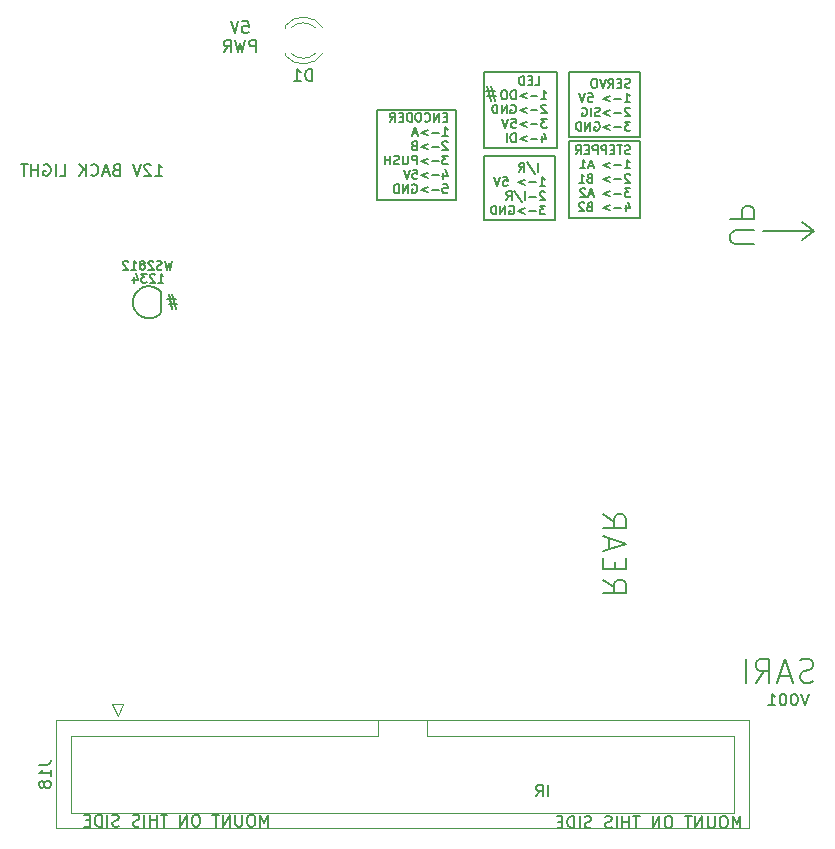
<source format=gbr>
G04 #@! TF.GenerationSoftware,KiCad,Pcbnew,(6.0.7-1)-1*
G04 #@! TF.CreationDate,2023-05-21T10:21:50+10:00*
G04 #@! TF.ProjectId,SARI_PCB,53415249-5f50-4434-922e-6b696361645f,rev?*
G04 #@! TF.SameCoordinates,Original*
G04 #@! TF.FileFunction,Legend,Bot*
G04 #@! TF.FilePolarity,Positive*
%FSLAX46Y46*%
G04 Gerber Fmt 4.6, Leading zero omitted, Abs format (unit mm)*
G04 Created by KiCad (PCBNEW (6.0.7-1)-1) date 2023-05-21 10:21:50*
%MOMM*%
%LPD*%
G01*
G04 APERTURE LIST*
%ADD10C,0.150000*%
%ADD11C,0.120000*%
G04 APERTURE END LIST*
D10*
X177242000Y-55784500D02*
X183273000Y-55784500D01*
X183273000Y-55784500D02*
X183273000Y-50323500D01*
X183273000Y-50323500D02*
X177242000Y-50323500D01*
X177242000Y-50323500D02*
X177242000Y-55784500D01*
X177219000Y-49688500D02*
X183400000Y-49688500D01*
X183400000Y-49688500D02*
X183400000Y-43211500D01*
X183400000Y-43211500D02*
X177219000Y-43211500D01*
X177219000Y-43211500D02*
X177219000Y-49688500D01*
X204193000Y-57421000D02*
X205209000Y-56659000D01*
X184404000Y-48694000D02*
X190485000Y-48694000D01*
X190485000Y-48694000D02*
X190485000Y-43233000D01*
X190485000Y-43233000D02*
X184404000Y-43233000D01*
X184404000Y-43233000D02*
X184404000Y-48694000D01*
X184404000Y-55552000D02*
X190485000Y-55552000D01*
X190485000Y-55552000D02*
X190485000Y-49075000D01*
X190485000Y-49075000D02*
X184404000Y-49075000D01*
X184404000Y-49075000D02*
X184404000Y-55552000D01*
X149250000Y-61400000D02*
X149500000Y-61500000D01*
X149700000Y-61650000D01*
X149900000Y-61850000D01*
X149900000Y-63550000D01*
X149800000Y-63700000D01*
X149450000Y-63950000D01*
X149100000Y-64050000D01*
X148700000Y-64050000D01*
X148300000Y-63950000D01*
X147950000Y-63700000D01*
X147650000Y-63300000D01*
X147550000Y-62900000D01*
X147550000Y-62500000D01*
X147650000Y-62200000D01*
X147800000Y-61900000D01*
X148000000Y-61700000D01*
X148400000Y-61450000D01*
X148850000Y-61350000D01*
X149250000Y-61400000D01*
X200891000Y-56659000D02*
X205209000Y-56659000D01*
X168177000Y-54037000D02*
X174908000Y-54037000D01*
X174908000Y-54037000D02*
X174908000Y-46417000D01*
X174908000Y-46417000D02*
X168177000Y-46417000D01*
X168177000Y-46417000D02*
X168177000Y-54037000D01*
X204193000Y-55897000D02*
X205209000Y-56659000D01*
X156790476Y-38897380D02*
X157266666Y-38897380D01*
X157314285Y-39373571D01*
X157266666Y-39325952D01*
X157171428Y-39278333D01*
X156933333Y-39278333D01*
X156838095Y-39325952D01*
X156790476Y-39373571D01*
X156742857Y-39468809D01*
X156742857Y-39706904D01*
X156790476Y-39802142D01*
X156838095Y-39849761D01*
X156933333Y-39897380D01*
X157171428Y-39897380D01*
X157266666Y-39849761D01*
X157314285Y-39802142D01*
X156457142Y-38897380D02*
X156123809Y-39897380D01*
X155790476Y-38897380D01*
X157933333Y-41507380D02*
X157933333Y-40507380D01*
X157552380Y-40507380D01*
X157457142Y-40555000D01*
X157409523Y-40602619D01*
X157361904Y-40697857D01*
X157361904Y-40840714D01*
X157409523Y-40935952D01*
X157457142Y-40983571D01*
X157552380Y-41031190D01*
X157933333Y-41031190D01*
X157028571Y-40507380D02*
X156790476Y-41507380D01*
X156600000Y-40793095D01*
X156409523Y-41507380D01*
X156171428Y-40507380D01*
X155219047Y-41507380D02*
X155552380Y-41031190D01*
X155790476Y-41507380D02*
X155790476Y-40507380D01*
X155409523Y-40507380D01*
X155314285Y-40555000D01*
X155266666Y-40602619D01*
X155219047Y-40697857D01*
X155219047Y-40840714D01*
X155266666Y-40935952D01*
X155314285Y-40983571D01*
X155409523Y-41031190D01*
X155790476Y-41031190D01*
X187295238Y-86183452D02*
X188247619Y-86850119D01*
X187295238Y-87326309D02*
X189295238Y-87326309D01*
X189295238Y-86564404D01*
X189200000Y-86373928D01*
X189104761Y-86278690D01*
X188914285Y-86183452D01*
X188628571Y-86183452D01*
X188438095Y-86278690D01*
X188342857Y-86373928D01*
X188247619Y-86564404D01*
X188247619Y-87326309D01*
X188342857Y-85326309D02*
X188342857Y-84659642D01*
X187295238Y-84373928D02*
X187295238Y-85326309D01*
X189295238Y-85326309D01*
X189295238Y-84373928D01*
X187866666Y-83612023D02*
X187866666Y-82659642D01*
X187295238Y-83802500D02*
X189295238Y-83135833D01*
X187295238Y-82469166D01*
X187295238Y-80659642D02*
X188247619Y-81326309D01*
X187295238Y-81802500D02*
X189295238Y-81802500D01*
X189295238Y-81040595D01*
X189200000Y-80850119D01*
X189104761Y-80754880D01*
X188914285Y-80659642D01*
X188628571Y-80659642D01*
X188438095Y-80754880D01*
X188342857Y-80850119D01*
X188247619Y-81040595D01*
X188247619Y-81802500D01*
X205121547Y-94809523D02*
X204835833Y-94904761D01*
X204359642Y-94904761D01*
X204169166Y-94809523D01*
X204073928Y-94714285D01*
X203978690Y-94523809D01*
X203978690Y-94333333D01*
X204073928Y-94142857D01*
X204169166Y-94047619D01*
X204359642Y-93952380D01*
X204740595Y-93857142D01*
X204931071Y-93761904D01*
X205026309Y-93666666D01*
X205121547Y-93476190D01*
X205121547Y-93285714D01*
X205026309Y-93095238D01*
X204931071Y-93000000D01*
X204740595Y-92904761D01*
X204264404Y-92904761D01*
X203978690Y-93000000D01*
X203216785Y-94333333D02*
X202264404Y-94333333D01*
X203407261Y-94904761D02*
X202740595Y-92904761D01*
X202073928Y-94904761D01*
X200264404Y-94904761D02*
X200931071Y-93952380D01*
X201407261Y-94904761D02*
X201407261Y-92904761D01*
X200645357Y-92904761D01*
X200454880Y-93000000D01*
X200359642Y-93095238D01*
X200264404Y-93285714D01*
X200264404Y-93571428D01*
X200359642Y-93761904D01*
X200454880Y-93857142D01*
X200645357Y-93952380D01*
X201407261Y-93952380D01*
X199407261Y-94904761D02*
X199407261Y-92904761D01*
X150857142Y-59189285D02*
X150678571Y-59939285D01*
X150535714Y-59403571D01*
X150392857Y-59939285D01*
X150214285Y-59189285D01*
X149964285Y-59903571D02*
X149857142Y-59939285D01*
X149678571Y-59939285D01*
X149607142Y-59903571D01*
X149571428Y-59867857D01*
X149535714Y-59796428D01*
X149535714Y-59725000D01*
X149571428Y-59653571D01*
X149607142Y-59617857D01*
X149678571Y-59582142D01*
X149821428Y-59546428D01*
X149892857Y-59510714D01*
X149928571Y-59475000D01*
X149964285Y-59403571D01*
X149964285Y-59332142D01*
X149928571Y-59260714D01*
X149892857Y-59225000D01*
X149821428Y-59189285D01*
X149642857Y-59189285D01*
X149535714Y-59225000D01*
X149250000Y-59260714D02*
X149214285Y-59225000D01*
X149142857Y-59189285D01*
X148964285Y-59189285D01*
X148892857Y-59225000D01*
X148857142Y-59260714D01*
X148821428Y-59332142D01*
X148821428Y-59403571D01*
X148857142Y-59510714D01*
X149285714Y-59939285D01*
X148821428Y-59939285D01*
X148392857Y-59510714D02*
X148464285Y-59475000D01*
X148500000Y-59439285D01*
X148535714Y-59367857D01*
X148535714Y-59332142D01*
X148500000Y-59260714D01*
X148464285Y-59225000D01*
X148392857Y-59189285D01*
X148250000Y-59189285D01*
X148178571Y-59225000D01*
X148142857Y-59260714D01*
X148107142Y-59332142D01*
X148107142Y-59367857D01*
X148142857Y-59439285D01*
X148178571Y-59475000D01*
X148250000Y-59510714D01*
X148392857Y-59510714D01*
X148464285Y-59546428D01*
X148500000Y-59582142D01*
X148535714Y-59653571D01*
X148535714Y-59796428D01*
X148500000Y-59867857D01*
X148464285Y-59903571D01*
X148392857Y-59939285D01*
X148250000Y-59939285D01*
X148178571Y-59903571D01*
X148142857Y-59867857D01*
X148107142Y-59796428D01*
X148107142Y-59653571D01*
X148142857Y-59582142D01*
X148178571Y-59546428D01*
X148250000Y-59510714D01*
X147392857Y-59939285D02*
X147821428Y-59939285D01*
X147607142Y-59939285D02*
X147607142Y-59189285D01*
X147678571Y-59296428D01*
X147750000Y-59367857D01*
X147821428Y-59403571D01*
X147107142Y-59260714D02*
X147071428Y-59225000D01*
X147000000Y-59189285D01*
X146821428Y-59189285D01*
X146750000Y-59225000D01*
X146714285Y-59260714D01*
X146678571Y-59332142D01*
X146678571Y-59403571D01*
X146714285Y-59510714D01*
X147142857Y-59939285D01*
X146678571Y-59939285D01*
X150537976Y-62864285D02*
X151252261Y-62864285D01*
X150823690Y-63292857D02*
X150537976Y-62007142D01*
X151157023Y-62435714D02*
X150442738Y-62435714D01*
X150871309Y-62007142D02*
X151157023Y-63292857D01*
X178135023Y-44820214D02*
X177420738Y-44820214D01*
X177849309Y-44391642D02*
X178135023Y-45677357D01*
X177515976Y-45248785D02*
X178230261Y-45248785D01*
X177801690Y-45677357D02*
X177515976Y-44391642D01*
X204749904Y-95847380D02*
X204416571Y-96847380D01*
X204083238Y-95847380D01*
X203559428Y-95847380D02*
X203464190Y-95847380D01*
X203368952Y-95895000D01*
X203321333Y-95942619D01*
X203273714Y-96037857D01*
X203226095Y-96228333D01*
X203226095Y-96466428D01*
X203273714Y-96656904D01*
X203321333Y-96752142D01*
X203368952Y-96799761D01*
X203464190Y-96847380D01*
X203559428Y-96847380D01*
X203654666Y-96799761D01*
X203702285Y-96752142D01*
X203749904Y-96656904D01*
X203797523Y-96466428D01*
X203797523Y-96228333D01*
X203749904Y-96037857D01*
X203702285Y-95942619D01*
X203654666Y-95895000D01*
X203559428Y-95847380D01*
X202607047Y-95847380D02*
X202511809Y-95847380D01*
X202416571Y-95895000D01*
X202368952Y-95942619D01*
X202321333Y-96037857D01*
X202273714Y-96228333D01*
X202273714Y-96466428D01*
X202321333Y-96656904D01*
X202368952Y-96752142D01*
X202416571Y-96799761D01*
X202511809Y-96847380D01*
X202607047Y-96847380D01*
X202702285Y-96799761D01*
X202749904Y-96752142D01*
X202797523Y-96656904D01*
X202845142Y-96466428D01*
X202845142Y-96228333D01*
X202797523Y-96037857D01*
X202749904Y-95942619D01*
X202702285Y-95895000D01*
X202607047Y-95847380D01*
X201321333Y-96847380D02*
X201892761Y-96847380D01*
X201607047Y-96847380D02*
X201607047Y-95847380D01*
X201702285Y-95990238D01*
X201797523Y-96085476D01*
X201892761Y-96133095D01*
X149657142Y-61039285D02*
X150085714Y-61039285D01*
X149871428Y-61039285D02*
X149871428Y-60289285D01*
X149942857Y-60396428D01*
X150014285Y-60467857D01*
X150085714Y-60503571D01*
X149371428Y-60360714D02*
X149335714Y-60325000D01*
X149264285Y-60289285D01*
X149085714Y-60289285D01*
X149014285Y-60325000D01*
X148978571Y-60360714D01*
X148942857Y-60432142D01*
X148942857Y-60503571D01*
X148978571Y-60610714D01*
X149407142Y-61039285D01*
X148942857Y-61039285D01*
X148692857Y-60289285D02*
X148228571Y-60289285D01*
X148478571Y-60575000D01*
X148371428Y-60575000D01*
X148300000Y-60610714D01*
X148264285Y-60646428D01*
X148228571Y-60717857D01*
X148228571Y-60896428D01*
X148264285Y-60967857D01*
X148300000Y-61003571D01*
X148371428Y-61039285D01*
X148585714Y-61039285D01*
X148657142Y-61003571D01*
X148692857Y-60967857D01*
X147585714Y-60539285D02*
X147585714Y-61039285D01*
X147764285Y-60253571D02*
X147942857Y-60789285D01*
X147478571Y-60789285D01*
X200095238Y-57776309D02*
X198476190Y-57776309D01*
X198285714Y-57681071D01*
X198190476Y-57585833D01*
X198095238Y-57395357D01*
X198095238Y-57014404D01*
X198190476Y-56823928D01*
X198285714Y-56728690D01*
X198476190Y-56633452D01*
X200095238Y-56633452D01*
X198095238Y-55681071D02*
X200095238Y-55681071D01*
X200095238Y-54919166D01*
X200000000Y-54728690D01*
X199904761Y-54633452D01*
X199714285Y-54538214D01*
X199428571Y-54538214D01*
X199238095Y-54633452D01*
X199142857Y-54728690D01*
X199047619Y-54919166D01*
X199047619Y-55681071D01*
X174123928Y-47027678D02*
X173873928Y-47027678D01*
X173766785Y-47420535D02*
X174123928Y-47420535D01*
X174123928Y-46670535D01*
X173766785Y-46670535D01*
X173445357Y-47420535D02*
X173445357Y-46670535D01*
X173016785Y-47420535D01*
X173016785Y-46670535D01*
X172231071Y-47349107D02*
X172266785Y-47384821D01*
X172373928Y-47420535D01*
X172445357Y-47420535D01*
X172552500Y-47384821D01*
X172623928Y-47313392D01*
X172659642Y-47241964D01*
X172695357Y-47099107D01*
X172695357Y-46991964D01*
X172659642Y-46849107D01*
X172623928Y-46777678D01*
X172552500Y-46706250D01*
X172445357Y-46670535D01*
X172373928Y-46670535D01*
X172266785Y-46706250D01*
X172231071Y-46741964D01*
X171766785Y-46670535D02*
X171623928Y-46670535D01*
X171552500Y-46706250D01*
X171481071Y-46777678D01*
X171445357Y-46920535D01*
X171445357Y-47170535D01*
X171481071Y-47313392D01*
X171552500Y-47384821D01*
X171623928Y-47420535D01*
X171766785Y-47420535D01*
X171838214Y-47384821D01*
X171909642Y-47313392D01*
X171945357Y-47170535D01*
X171945357Y-46920535D01*
X171909642Y-46777678D01*
X171838214Y-46706250D01*
X171766785Y-46670535D01*
X171123928Y-47420535D02*
X171123928Y-46670535D01*
X170945357Y-46670535D01*
X170838214Y-46706250D01*
X170766785Y-46777678D01*
X170731071Y-46849107D01*
X170695357Y-46991964D01*
X170695357Y-47099107D01*
X170731071Y-47241964D01*
X170766785Y-47313392D01*
X170838214Y-47384821D01*
X170945357Y-47420535D01*
X171123928Y-47420535D01*
X170373928Y-47027678D02*
X170123928Y-47027678D01*
X170016785Y-47420535D02*
X170373928Y-47420535D01*
X170373928Y-46670535D01*
X170016785Y-46670535D01*
X169266785Y-47420535D02*
X169516785Y-47063392D01*
X169695357Y-47420535D02*
X169695357Y-46670535D01*
X169409642Y-46670535D01*
X169338214Y-46706250D01*
X169302500Y-46741964D01*
X169266785Y-46813392D01*
X169266785Y-46920535D01*
X169302500Y-46991964D01*
X169338214Y-47027678D01*
X169409642Y-47063392D01*
X169695357Y-47063392D01*
X173731071Y-48628035D02*
X174159642Y-48628035D01*
X173945357Y-48628035D02*
X173945357Y-47878035D01*
X174016785Y-47985178D01*
X174088214Y-48056607D01*
X174159642Y-48092321D01*
X173409642Y-48342321D02*
X172838214Y-48342321D01*
X172481071Y-48128035D02*
X171909642Y-48342321D01*
X172481071Y-48556607D01*
X171588214Y-48413750D02*
X171231071Y-48413750D01*
X171659642Y-48628035D02*
X171409642Y-47878035D01*
X171159642Y-48628035D01*
X174159642Y-49156964D02*
X174123928Y-49121250D01*
X174052500Y-49085535D01*
X173873928Y-49085535D01*
X173802500Y-49121250D01*
X173766785Y-49156964D01*
X173731071Y-49228392D01*
X173731071Y-49299821D01*
X173766785Y-49406964D01*
X174195357Y-49835535D01*
X173731071Y-49835535D01*
X173409642Y-49549821D02*
X172838214Y-49549821D01*
X172481071Y-49335535D02*
X171909642Y-49549821D01*
X172481071Y-49764107D01*
X171302500Y-49442678D02*
X171195357Y-49478392D01*
X171159642Y-49514107D01*
X171123928Y-49585535D01*
X171123928Y-49692678D01*
X171159642Y-49764107D01*
X171195357Y-49799821D01*
X171266785Y-49835535D01*
X171552500Y-49835535D01*
X171552500Y-49085535D01*
X171302500Y-49085535D01*
X171231071Y-49121250D01*
X171195357Y-49156964D01*
X171159642Y-49228392D01*
X171159642Y-49299821D01*
X171195357Y-49371250D01*
X171231071Y-49406964D01*
X171302500Y-49442678D01*
X171552500Y-49442678D01*
X174195357Y-50293035D02*
X173731071Y-50293035D01*
X173981071Y-50578750D01*
X173873928Y-50578750D01*
X173802500Y-50614464D01*
X173766785Y-50650178D01*
X173731071Y-50721607D01*
X173731071Y-50900178D01*
X173766785Y-50971607D01*
X173802500Y-51007321D01*
X173873928Y-51043035D01*
X174088214Y-51043035D01*
X174159642Y-51007321D01*
X174195357Y-50971607D01*
X173409642Y-50757321D02*
X172838214Y-50757321D01*
X172481071Y-50543035D02*
X171909642Y-50757321D01*
X172481071Y-50971607D01*
X171552500Y-51043035D02*
X171552500Y-50293035D01*
X171266785Y-50293035D01*
X171195357Y-50328750D01*
X171159642Y-50364464D01*
X171123928Y-50435892D01*
X171123928Y-50543035D01*
X171159642Y-50614464D01*
X171195357Y-50650178D01*
X171266785Y-50685892D01*
X171552500Y-50685892D01*
X170802500Y-50293035D02*
X170802500Y-50900178D01*
X170766785Y-50971607D01*
X170731071Y-51007321D01*
X170659642Y-51043035D01*
X170516785Y-51043035D01*
X170445357Y-51007321D01*
X170409642Y-50971607D01*
X170373928Y-50900178D01*
X170373928Y-50293035D01*
X170052500Y-51007321D02*
X169945357Y-51043035D01*
X169766785Y-51043035D01*
X169695357Y-51007321D01*
X169659642Y-50971607D01*
X169623928Y-50900178D01*
X169623928Y-50828750D01*
X169659642Y-50757321D01*
X169695357Y-50721607D01*
X169766785Y-50685892D01*
X169909642Y-50650178D01*
X169981071Y-50614464D01*
X170016785Y-50578750D01*
X170052500Y-50507321D01*
X170052500Y-50435892D01*
X170016785Y-50364464D01*
X169981071Y-50328750D01*
X169909642Y-50293035D01*
X169731071Y-50293035D01*
X169623928Y-50328750D01*
X169302500Y-51043035D02*
X169302500Y-50293035D01*
X169302500Y-50650178D02*
X168873928Y-50650178D01*
X168873928Y-51043035D02*
X168873928Y-50293035D01*
X173802500Y-51750535D02*
X173802500Y-52250535D01*
X173981071Y-51464821D02*
X174159642Y-52000535D01*
X173695357Y-52000535D01*
X173409642Y-51964821D02*
X172838214Y-51964821D01*
X172481071Y-51750535D02*
X171909642Y-51964821D01*
X172481071Y-52179107D01*
X171195357Y-51500535D02*
X171552500Y-51500535D01*
X171588214Y-51857678D01*
X171552500Y-51821964D01*
X171481071Y-51786250D01*
X171302500Y-51786250D01*
X171231071Y-51821964D01*
X171195357Y-51857678D01*
X171159642Y-51929107D01*
X171159642Y-52107678D01*
X171195357Y-52179107D01*
X171231071Y-52214821D01*
X171302500Y-52250535D01*
X171481071Y-52250535D01*
X171552500Y-52214821D01*
X171588214Y-52179107D01*
X170945357Y-51500535D02*
X170695357Y-52250535D01*
X170445357Y-51500535D01*
X173766785Y-52708035D02*
X174123928Y-52708035D01*
X174159642Y-53065178D01*
X174123928Y-53029464D01*
X174052500Y-52993750D01*
X173873928Y-52993750D01*
X173802500Y-53029464D01*
X173766785Y-53065178D01*
X173731071Y-53136607D01*
X173731071Y-53315178D01*
X173766785Y-53386607D01*
X173802500Y-53422321D01*
X173873928Y-53458035D01*
X174052500Y-53458035D01*
X174123928Y-53422321D01*
X174159642Y-53386607D01*
X173409642Y-53172321D02*
X172838214Y-53172321D01*
X172481071Y-52958035D02*
X171909642Y-53172321D01*
X172481071Y-53386607D01*
X171159642Y-52743750D02*
X171231071Y-52708035D01*
X171338214Y-52708035D01*
X171445357Y-52743750D01*
X171516785Y-52815178D01*
X171552500Y-52886607D01*
X171588214Y-53029464D01*
X171588214Y-53136607D01*
X171552500Y-53279464D01*
X171516785Y-53350892D01*
X171445357Y-53422321D01*
X171338214Y-53458035D01*
X171266785Y-53458035D01*
X171159642Y-53422321D01*
X171123928Y-53386607D01*
X171123928Y-53136607D01*
X171266785Y-53136607D01*
X170802500Y-53458035D02*
X170802500Y-52708035D01*
X170373928Y-53458035D01*
X170373928Y-52708035D01*
X170016785Y-53458035D02*
X170016785Y-52708035D01*
X169838214Y-52708035D01*
X169731071Y-52743750D01*
X169659642Y-52815178D01*
X169623928Y-52886607D01*
X169588214Y-53029464D01*
X169588214Y-53136607D01*
X169623928Y-53279464D01*
X169659642Y-53350892D01*
X169731071Y-53422321D01*
X169838214Y-53458035D01*
X170016785Y-53458035D01*
X198961904Y-107202380D02*
X198961904Y-106202380D01*
X198628571Y-106916666D01*
X198295238Y-106202380D01*
X198295238Y-107202380D01*
X197628571Y-106202380D02*
X197438095Y-106202380D01*
X197342857Y-106250000D01*
X197247619Y-106345238D01*
X197200000Y-106535714D01*
X197200000Y-106869047D01*
X197247619Y-107059523D01*
X197342857Y-107154761D01*
X197438095Y-107202380D01*
X197628571Y-107202380D01*
X197723809Y-107154761D01*
X197819047Y-107059523D01*
X197866666Y-106869047D01*
X197866666Y-106535714D01*
X197819047Y-106345238D01*
X197723809Y-106250000D01*
X197628571Y-106202380D01*
X196771428Y-106202380D02*
X196771428Y-107011904D01*
X196723809Y-107107142D01*
X196676190Y-107154761D01*
X196580952Y-107202380D01*
X196390476Y-107202380D01*
X196295238Y-107154761D01*
X196247619Y-107107142D01*
X196200000Y-107011904D01*
X196200000Y-106202380D01*
X195723809Y-107202380D02*
X195723809Y-106202380D01*
X195152380Y-107202380D01*
X195152380Y-106202380D01*
X194819047Y-106202380D02*
X194247619Y-106202380D01*
X194533333Y-107202380D02*
X194533333Y-106202380D01*
X192961904Y-106202380D02*
X192771428Y-106202380D01*
X192676190Y-106250000D01*
X192580952Y-106345238D01*
X192533333Y-106535714D01*
X192533333Y-106869047D01*
X192580952Y-107059523D01*
X192676190Y-107154761D01*
X192771428Y-107202380D01*
X192961904Y-107202380D01*
X193057142Y-107154761D01*
X193152380Y-107059523D01*
X193200000Y-106869047D01*
X193200000Y-106535714D01*
X193152380Y-106345238D01*
X193057142Y-106250000D01*
X192961904Y-106202380D01*
X192104761Y-107202380D02*
X192104761Y-106202380D01*
X191533333Y-107202380D01*
X191533333Y-106202380D01*
X190438095Y-106202380D02*
X189866666Y-106202380D01*
X190152380Y-107202380D02*
X190152380Y-106202380D01*
X189533333Y-107202380D02*
X189533333Y-106202380D01*
X189533333Y-106678571D02*
X188961904Y-106678571D01*
X188961904Y-107202380D02*
X188961904Y-106202380D01*
X188485714Y-107202380D02*
X188485714Y-106202380D01*
X188057142Y-107154761D02*
X187914285Y-107202380D01*
X187676190Y-107202380D01*
X187580952Y-107154761D01*
X187533333Y-107107142D01*
X187485714Y-107011904D01*
X187485714Y-106916666D01*
X187533333Y-106821428D01*
X187580952Y-106773809D01*
X187676190Y-106726190D01*
X187866666Y-106678571D01*
X187961904Y-106630952D01*
X188009523Y-106583333D01*
X188057142Y-106488095D01*
X188057142Y-106392857D01*
X188009523Y-106297619D01*
X187961904Y-106250000D01*
X187866666Y-106202380D01*
X187628571Y-106202380D01*
X187485714Y-106250000D01*
X186342857Y-107154761D02*
X186200000Y-107202380D01*
X185961904Y-107202380D01*
X185866666Y-107154761D01*
X185819047Y-107107142D01*
X185771428Y-107011904D01*
X185771428Y-106916666D01*
X185819047Y-106821428D01*
X185866666Y-106773809D01*
X185961904Y-106726190D01*
X186152380Y-106678571D01*
X186247619Y-106630952D01*
X186295238Y-106583333D01*
X186342857Y-106488095D01*
X186342857Y-106392857D01*
X186295238Y-106297619D01*
X186247619Y-106250000D01*
X186152380Y-106202380D01*
X185914285Y-106202380D01*
X185771428Y-106250000D01*
X185342857Y-107202380D02*
X185342857Y-106202380D01*
X184866666Y-107202380D02*
X184866666Y-106202380D01*
X184628571Y-106202380D01*
X184485714Y-106250000D01*
X184390476Y-106345238D01*
X184342857Y-106440476D01*
X184295238Y-106630952D01*
X184295238Y-106773809D01*
X184342857Y-106964285D01*
X184390476Y-107059523D01*
X184485714Y-107154761D01*
X184628571Y-107202380D01*
X184866666Y-107202380D01*
X183866666Y-106678571D02*
X183533333Y-106678571D01*
X183390476Y-107202380D02*
X183866666Y-107202380D01*
X183866666Y-106202380D01*
X183390476Y-106202380D01*
X182700000Y-104552380D02*
X182700000Y-103552380D01*
X181652380Y-104552380D02*
X181985714Y-104076190D01*
X182223809Y-104552380D02*
X182223809Y-103552380D01*
X181842857Y-103552380D01*
X181747619Y-103600000D01*
X181700000Y-103647619D01*
X181652380Y-103742857D01*
X181652380Y-103885714D01*
X181700000Y-103980952D01*
X181747619Y-104028571D01*
X181842857Y-104076190D01*
X182223809Y-104076190D01*
X158961904Y-107102380D02*
X158961904Y-106102380D01*
X158628571Y-106816666D01*
X158295238Y-106102380D01*
X158295238Y-107102380D01*
X157628571Y-106102380D02*
X157438095Y-106102380D01*
X157342857Y-106150000D01*
X157247619Y-106245238D01*
X157200000Y-106435714D01*
X157200000Y-106769047D01*
X157247619Y-106959523D01*
X157342857Y-107054761D01*
X157438095Y-107102380D01*
X157628571Y-107102380D01*
X157723809Y-107054761D01*
X157819047Y-106959523D01*
X157866666Y-106769047D01*
X157866666Y-106435714D01*
X157819047Y-106245238D01*
X157723809Y-106150000D01*
X157628571Y-106102380D01*
X156771428Y-106102380D02*
X156771428Y-106911904D01*
X156723809Y-107007142D01*
X156676190Y-107054761D01*
X156580952Y-107102380D01*
X156390476Y-107102380D01*
X156295238Y-107054761D01*
X156247619Y-107007142D01*
X156200000Y-106911904D01*
X156200000Y-106102380D01*
X155723809Y-107102380D02*
X155723809Y-106102380D01*
X155152380Y-107102380D01*
X155152380Y-106102380D01*
X154819047Y-106102380D02*
X154247619Y-106102380D01*
X154533333Y-107102380D02*
X154533333Y-106102380D01*
X152961904Y-106102380D02*
X152771428Y-106102380D01*
X152676190Y-106150000D01*
X152580952Y-106245238D01*
X152533333Y-106435714D01*
X152533333Y-106769047D01*
X152580952Y-106959523D01*
X152676190Y-107054761D01*
X152771428Y-107102380D01*
X152961904Y-107102380D01*
X153057142Y-107054761D01*
X153152380Y-106959523D01*
X153200000Y-106769047D01*
X153200000Y-106435714D01*
X153152380Y-106245238D01*
X153057142Y-106150000D01*
X152961904Y-106102380D01*
X152104761Y-107102380D02*
X152104761Y-106102380D01*
X151533333Y-107102380D01*
X151533333Y-106102380D01*
X150438095Y-106102380D02*
X149866666Y-106102380D01*
X150152380Y-107102380D02*
X150152380Y-106102380D01*
X149533333Y-107102380D02*
X149533333Y-106102380D01*
X149533333Y-106578571D02*
X148961904Y-106578571D01*
X148961904Y-107102380D02*
X148961904Y-106102380D01*
X148485714Y-107102380D02*
X148485714Y-106102380D01*
X148057142Y-107054761D02*
X147914285Y-107102380D01*
X147676190Y-107102380D01*
X147580952Y-107054761D01*
X147533333Y-107007142D01*
X147485714Y-106911904D01*
X147485714Y-106816666D01*
X147533333Y-106721428D01*
X147580952Y-106673809D01*
X147676190Y-106626190D01*
X147866666Y-106578571D01*
X147961904Y-106530952D01*
X148009523Y-106483333D01*
X148057142Y-106388095D01*
X148057142Y-106292857D01*
X148009523Y-106197619D01*
X147961904Y-106150000D01*
X147866666Y-106102380D01*
X147628571Y-106102380D01*
X147485714Y-106150000D01*
X146342857Y-107054761D02*
X146200000Y-107102380D01*
X145961904Y-107102380D01*
X145866666Y-107054761D01*
X145819047Y-107007142D01*
X145771428Y-106911904D01*
X145771428Y-106816666D01*
X145819047Y-106721428D01*
X145866666Y-106673809D01*
X145961904Y-106626190D01*
X146152380Y-106578571D01*
X146247619Y-106530952D01*
X146295238Y-106483333D01*
X146342857Y-106388095D01*
X146342857Y-106292857D01*
X146295238Y-106197619D01*
X146247619Y-106150000D01*
X146152380Y-106102380D01*
X145914285Y-106102380D01*
X145771428Y-106150000D01*
X145342857Y-107102380D02*
X145342857Y-106102380D01*
X144866666Y-107102380D02*
X144866666Y-106102380D01*
X144628571Y-106102380D01*
X144485714Y-106150000D01*
X144390476Y-106245238D01*
X144342857Y-106340476D01*
X144295238Y-106530952D01*
X144295238Y-106673809D01*
X144342857Y-106864285D01*
X144390476Y-106959523D01*
X144485714Y-107054761D01*
X144628571Y-107102380D01*
X144866666Y-107102380D01*
X143866666Y-106578571D02*
X143533333Y-106578571D01*
X143390476Y-107102380D02*
X143866666Y-107102380D01*
X143866666Y-106102380D01*
X143390476Y-106102380D01*
X181560357Y-44310785D02*
X181917500Y-44310785D01*
X181917500Y-43560785D01*
X181310357Y-43917928D02*
X181060357Y-43917928D01*
X180953214Y-44310785D02*
X181310357Y-44310785D01*
X181310357Y-43560785D01*
X180953214Y-43560785D01*
X180631785Y-44310785D02*
X180631785Y-43560785D01*
X180453214Y-43560785D01*
X180346071Y-43596500D01*
X180274642Y-43667928D01*
X180238928Y-43739357D01*
X180203214Y-43882214D01*
X180203214Y-43989357D01*
X180238928Y-44132214D01*
X180274642Y-44203642D01*
X180346071Y-44275071D01*
X180453214Y-44310785D01*
X180631785Y-44310785D01*
X182096071Y-45518285D02*
X182524642Y-45518285D01*
X182310357Y-45518285D02*
X182310357Y-44768285D01*
X182381785Y-44875428D01*
X182453214Y-44946857D01*
X182524642Y-44982571D01*
X181774642Y-45232571D02*
X181203214Y-45232571D01*
X180846071Y-45018285D02*
X180274642Y-45232571D01*
X180846071Y-45446857D01*
X179917500Y-45518285D02*
X179917500Y-44768285D01*
X179738928Y-44768285D01*
X179631785Y-44804000D01*
X179560357Y-44875428D01*
X179524642Y-44946857D01*
X179488928Y-45089714D01*
X179488928Y-45196857D01*
X179524642Y-45339714D01*
X179560357Y-45411142D01*
X179631785Y-45482571D01*
X179738928Y-45518285D01*
X179917500Y-45518285D01*
X179024642Y-44768285D02*
X178881785Y-44768285D01*
X178810357Y-44804000D01*
X178738928Y-44875428D01*
X178703214Y-45018285D01*
X178703214Y-45268285D01*
X178738928Y-45411142D01*
X178810357Y-45482571D01*
X178881785Y-45518285D01*
X179024642Y-45518285D01*
X179096071Y-45482571D01*
X179167500Y-45411142D01*
X179203214Y-45268285D01*
X179203214Y-45018285D01*
X179167500Y-44875428D01*
X179096071Y-44804000D01*
X179024642Y-44768285D01*
X182524642Y-46047214D02*
X182488928Y-46011500D01*
X182417500Y-45975785D01*
X182238928Y-45975785D01*
X182167500Y-46011500D01*
X182131785Y-46047214D01*
X182096071Y-46118642D01*
X182096071Y-46190071D01*
X182131785Y-46297214D01*
X182560357Y-46725785D01*
X182096071Y-46725785D01*
X181774642Y-46440071D02*
X181203214Y-46440071D01*
X180846071Y-46225785D02*
X180274642Y-46440071D01*
X180846071Y-46654357D01*
X179524642Y-46011500D02*
X179596071Y-45975785D01*
X179703214Y-45975785D01*
X179810357Y-46011500D01*
X179881785Y-46082928D01*
X179917500Y-46154357D01*
X179953214Y-46297214D01*
X179953214Y-46404357D01*
X179917500Y-46547214D01*
X179881785Y-46618642D01*
X179810357Y-46690071D01*
X179703214Y-46725785D01*
X179631785Y-46725785D01*
X179524642Y-46690071D01*
X179488928Y-46654357D01*
X179488928Y-46404357D01*
X179631785Y-46404357D01*
X179167500Y-46725785D02*
X179167500Y-45975785D01*
X178738928Y-46725785D01*
X178738928Y-45975785D01*
X178381785Y-46725785D02*
X178381785Y-45975785D01*
X178203214Y-45975785D01*
X178096071Y-46011500D01*
X178024642Y-46082928D01*
X177988928Y-46154357D01*
X177953214Y-46297214D01*
X177953214Y-46404357D01*
X177988928Y-46547214D01*
X178024642Y-46618642D01*
X178096071Y-46690071D01*
X178203214Y-46725785D01*
X178381785Y-46725785D01*
X182560357Y-47183285D02*
X182096071Y-47183285D01*
X182346071Y-47469000D01*
X182238928Y-47469000D01*
X182167500Y-47504714D01*
X182131785Y-47540428D01*
X182096071Y-47611857D01*
X182096071Y-47790428D01*
X182131785Y-47861857D01*
X182167500Y-47897571D01*
X182238928Y-47933285D01*
X182453214Y-47933285D01*
X182524642Y-47897571D01*
X182560357Y-47861857D01*
X181774642Y-47647571D02*
X181203214Y-47647571D01*
X180846071Y-47433285D02*
X180274642Y-47647571D01*
X180846071Y-47861857D01*
X179560357Y-47183285D02*
X179917500Y-47183285D01*
X179953214Y-47540428D01*
X179917500Y-47504714D01*
X179846071Y-47469000D01*
X179667500Y-47469000D01*
X179596071Y-47504714D01*
X179560357Y-47540428D01*
X179524642Y-47611857D01*
X179524642Y-47790428D01*
X179560357Y-47861857D01*
X179596071Y-47897571D01*
X179667500Y-47933285D01*
X179846071Y-47933285D01*
X179917500Y-47897571D01*
X179953214Y-47861857D01*
X179310357Y-47183285D02*
X179060357Y-47933285D01*
X178810357Y-47183285D01*
X182167500Y-48640785D02*
X182167500Y-49140785D01*
X182346071Y-48355071D02*
X182524642Y-48890785D01*
X182060357Y-48890785D01*
X181774642Y-48855071D02*
X181203214Y-48855071D01*
X180846071Y-48640785D02*
X180274642Y-48855071D01*
X180846071Y-49069357D01*
X179917500Y-49140785D02*
X179917500Y-48390785D01*
X179738928Y-48390785D01*
X179631785Y-48426500D01*
X179560357Y-48497928D01*
X179524642Y-48569357D01*
X179488928Y-48712214D01*
X179488928Y-48819357D01*
X179524642Y-48962214D01*
X179560357Y-49033642D01*
X179631785Y-49105071D01*
X179738928Y-49140785D01*
X179917500Y-49140785D01*
X179167500Y-49140785D02*
X179167500Y-48390785D01*
X189609642Y-50138571D02*
X189502500Y-50174285D01*
X189323928Y-50174285D01*
X189252500Y-50138571D01*
X189216785Y-50102857D01*
X189181071Y-50031428D01*
X189181071Y-49960000D01*
X189216785Y-49888571D01*
X189252500Y-49852857D01*
X189323928Y-49817142D01*
X189466785Y-49781428D01*
X189538214Y-49745714D01*
X189573928Y-49710000D01*
X189609642Y-49638571D01*
X189609642Y-49567142D01*
X189573928Y-49495714D01*
X189538214Y-49460000D01*
X189466785Y-49424285D01*
X189288214Y-49424285D01*
X189181071Y-49460000D01*
X188966785Y-49424285D02*
X188538214Y-49424285D01*
X188752500Y-50174285D02*
X188752500Y-49424285D01*
X188288214Y-49781428D02*
X188038214Y-49781428D01*
X187931071Y-50174285D02*
X188288214Y-50174285D01*
X188288214Y-49424285D01*
X187931071Y-49424285D01*
X187609642Y-50174285D02*
X187609642Y-49424285D01*
X187323928Y-49424285D01*
X187252500Y-49460000D01*
X187216785Y-49495714D01*
X187181071Y-49567142D01*
X187181071Y-49674285D01*
X187216785Y-49745714D01*
X187252500Y-49781428D01*
X187323928Y-49817142D01*
X187609642Y-49817142D01*
X186859642Y-50174285D02*
X186859642Y-49424285D01*
X186573928Y-49424285D01*
X186502500Y-49460000D01*
X186466785Y-49495714D01*
X186431071Y-49567142D01*
X186431071Y-49674285D01*
X186466785Y-49745714D01*
X186502500Y-49781428D01*
X186573928Y-49817142D01*
X186859642Y-49817142D01*
X186109642Y-49781428D02*
X185859642Y-49781428D01*
X185752500Y-50174285D02*
X186109642Y-50174285D01*
X186109642Y-49424285D01*
X185752500Y-49424285D01*
X185002500Y-50174285D02*
X185252500Y-49817142D01*
X185431071Y-50174285D02*
X185431071Y-49424285D01*
X185145357Y-49424285D01*
X185073928Y-49460000D01*
X185038214Y-49495714D01*
X185002500Y-49567142D01*
X185002500Y-49674285D01*
X185038214Y-49745714D01*
X185073928Y-49781428D01*
X185145357Y-49817142D01*
X185431071Y-49817142D01*
X189181071Y-51381785D02*
X189609642Y-51381785D01*
X189395357Y-51381785D02*
X189395357Y-50631785D01*
X189466785Y-50738928D01*
X189538214Y-50810357D01*
X189609642Y-50846071D01*
X188859642Y-51096071D02*
X188288214Y-51096071D01*
X187931071Y-50881785D02*
X187359642Y-51096071D01*
X187931071Y-51310357D01*
X186466785Y-51167500D02*
X186109642Y-51167500D01*
X186538214Y-51381785D02*
X186288214Y-50631785D01*
X186038214Y-51381785D01*
X185395357Y-51381785D02*
X185823928Y-51381785D01*
X185609642Y-51381785D02*
X185609642Y-50631785D01*
X185681071Y-50738928D01*
X185752500Y-50810357D01*
X185823928Y-50846071D01*
X189609642Y-51910714D02*
X189573928Y-51875000D01*
X189502500Y-51839285D01*
X189323928Y-51839285D01*
X189252500Y-51875000D01*
X189216785Y-51910714D01*
X189181071Y-51982142D01*
X189181071Y-52053571D01*
X189216785Y-52160714D01*
X189645357Y-52589285D01*
X189181071Y-52589285D01*
X188859642Y-52303571D02*
X188288214Y-52303571D01*
X187931071Y-52089285D02*
X187359642Y-52303571D01*
X187931071Y-52517857D01*
X186181071Y-52196428D02*
X186073928Y-52232142D01*
X186038214Y-52267857D01*
X186002500Y-52339285D01*
X186002500Y-52446428D01*
X186038214Y-52517857D01*
X186073928Y-52553571D01*
X186145357Y-52589285D01*
X186431071Y-52589285D01*
X186431071Y-51839285D01*
X186181071Y-51839285D01*
X186109642Y-51875000D01*
X186073928Y-51910714D01*
X186038214Y-51982142D01*
X186038214Y-52053571D01*
X186073928Y-52125000D01*
X186109642Y-52160714D01*
X186181071Y-52196428D01*
X186431071Y-52196428D01*
X185288214Y-52589285D02*
X185716785Y-52589285D01*
X185502500Y-52589285D02*
X185502500Y-51839285D01*
X185573928Y-51946428D01*
X185645357Y-52017857D01*
X185716785Y-52053571D01*
X189645357Y-53046785D02*
X189181071Y-53046785D01*
X189431071Y-53332500D01*
X189323928Y-53332500D01*
X189252500Y-53368214D01*
X189216785Y-53403928D01*
X189181071Y-53475357D01*
X189181071Y-53653928D01*
X189216785Y-53725357D01*
X189252500Y-53761071D01*
X189323928Y-53796785D01*
X189538214Y-53796785D01*
X189609642Y-53761071D01*
X189645357Y-53725357D01*
X188859642Y-53511071D02*
X188288214Y-53511071D01*
X187931071Y-53296785D02*
X187359642Y-53511071D01*
X187931071Y-53725357D01*
X186466785Y-53582500D02*
X186109642Y-53582500D01*
X186538214Y-53796785D02*
X186288214Y-53046785D01*
X186038214Y-53796785D01*
X185823928Y-53118214D02*
X185788214Y-53082500D01*
X185716785Y-53046785D01*
X185538214Y-53046785D01*
X185466785Y-53082500D01*
X185431071Y-53118214D01*
X185395357Y-53189642D01*
X185395357Y-53261071D01*
X185431071Y-53368214D01*
X185859642Y-53796785D01*
X185395357Y-53796785D01*
X189252500Y-54504285D02*
X189252500Y-55004285D01*
X189431071Y-54218571D02*
X189609642Y-54754285D01*
X189145357Y-54754285D01*
X188859642Y-54718571D02*
X188288214Y-54718571D01*
X187931071Y-54504285D02*
X187359642Y-54718571D01*
X187931071Y-54932857D01*
X186181071Y-54611428D02*
X186073928Y-54647142D01*
X186038214Y-54682857D01*
X186002500Y-54754285D01*
X186002500Y-54861428D01*
X186038214Y-54932857D01*
X186073928Y-54968571D01*
X186145357Y-55004285D01*
X186431071Y-55004285D01*
X186431071Y-54254285D01*
X186181071Y-54254285D01*
X186109642Y-54290000D01*
X186073928Y-54325714D01*
X186038214Y-54397142D01*
X186038214Y-54468571D01*
X186073928Y-54540000D01*
X186109642Y-54575714D01*
X186181071Y-54611428D01*
X186431071Y-54611428D01*
X185716785Y-54325714D02*
X185681071Y-54290000D01*
X185609642Y-54254285D01*
X185431071Y-54254285D01*
X185359642Y-54290000D01*
X185323928Y-54325714D01*
X185288214Y-54397142D01*
X185288214Y-54468571D01*
X185323928Y-54575714D01*
X185752500Y-55004285D01*
X185288214Y-55004285D01*
X189609642Y-44519321D02*
X189502500Y-44555035D01*
X189323928Y-44555035D01*
X189252500Y-44519321D01*
X189216785Y-44483607D01*
X189181071Y-44412178D01*
X189181071Y-44340750D01*
X189216785Y-44269321D01*
X189252500Y-44233607D01*
X189323928Y-44197892D01*
X189466785Y-44162178D01*
X189538214Y-44126464D01*
X189573928Y-44090750D01*
X189609642Y-44019321D01*
X189609642Y-43947892D01*
X189573928Y-43876464D01*
X189538214Y-43840750D01*
X189466785Y-43805035D01*
X189288214Y-43805035D01*
X189181071Y-43840750D01*
X188859642Y-44162178D02*
X188609642Y-44162178D01*
X188502500Y-44555035D02*
X188859642Y-44555035D01*
X188859642Y-43805035D01*
X188502500Y-43805035D01*
X187752500Y-44555035D02*
X188002500Y-44197892D01*
X188181071Y-44555035D02*
X188181071Y-43805035D01*
X187895357Y-43805035D01*
X187823928Y-43840750D01*
X187788214Y-43876464D01*
X187752500Y-43947892D01*
X187752500Y-44055035D01*
X187788214Y-44126464D01*
X187823928Y-44162178D01*
X187895357Y-44197892D01*
X188181071Y-44197892D01*
X187538214Y-43805035D02*
X187288214Y-44555035D01*
X187038214Y-43805035D01*
X186645357Y-43805035D02*
X186502500Y-43805035D01*
X186431071Y-43840750D01*
X186359642Y-43912178D01*
X186323928Y-44055035D01*
X186323928Y-44305035D01*
X186359642Y-44447892D01*
X186431071Y-44519321D01*
X186502500Y-44555035D01*
X186645357Y-44555035D01*
X186716785Y-44519321D01*
X186788214Y-44447892D01*
X186823928Y-44305035D01*
X186823928Y-44055035D01*
X186788214Y-43912178D01*
X186716785Y-43840750D01*
X186645357Y-43805035D01*
X189181071Y-45762535D02*
X189609642Y-45762535D01*
X189395357Y-45762535D02*
X189395357Y-45012535D01*
X189466785Y-45119678D01*
X189538214Y-45191107D01*
X189609642Y-45226821D01*
X188859642Y-45476821D02*
X188288214Y-45476821D01*
X187931071Y-45262535D02*
X187359642Y-45476821D01*
X187931071Y-45691107D01*
X186073928Y-45012535D02*
X186431071Y-45012535D01*
X186466785Y-45369678D01*
X186431071Y-45333964D01*
X186359642Y-45298250D01*
X186181071Y-45298250D01*
X186109642Y-45333964D01*
X186073928Y-45369678D01*
X186038214Y-45441107D01*
X186038214Y-45619678D01*
X186073928Y-45691107D01*
X186109642Y-45726821D01*
X186181071Y-45762535D01*
X186359642Y-45762535D01*
X186431071Y-45726821D01*
X186466785Y-45691107D01*
X185823928Y-45012535D02*
X185573928Y-45762535D01*
X185323928Y-45012535D01*
X189609642Y-46291464D02*
X189573928Y-46255750D01*
X189502500Y-46220035D01*
X189323928Y-46220035D01*
X189252500Y-46255750D01*
X189216785Y-46291464D01*
X189181071Y-46362892D01*
X189181071Y-46434321D01*
X189216785Y-46541464D01*
X189645357Y-46970035D01*
X189181071Y-46970035D01*
X188859642Y-46684321D02*
X188288214Y-46684321D01*
X187931071Y-46470035D02*
X187359642Y-46684321D01*
X187931071Y-46898607D01*
X187038214Y-46934321D02*
X186931071Y-46970035D01*
X186752500Y-46970035D01*
X186681071Y-46934321D01*
X186645357Y-46898607D01*
X186609642Y-46827178D01*
X186609642Y-46755750D01*
X186645357Y-46684321D01*
X186681071Y-46648607D01*
X186752500Y-46612892D01*
X186895357Y-46577178D01*
X186966785Y-46541464D01*
X187002500Y-46505750D01*
X187038214Y-46434321D01*
X187038214Y-46362892D01*
X187002500Y-46291464D01*
X186966785Y-46255750D01*
X186895357Y-46220035D01*
X186716785Y-46220035D01*
X186609642Y-46255750D01*
X186288214Y-46970035D02*
X186288214Y-46220035D01*
X185538214Y-46255750D02*
X185609642Y-46220035D01*
X185716785Y-46220035D01*
X185823928Y-46255750D01*
X185895357Y-46327178D01*
X185931071Y-46398607D01*
X185966785Y-46541464D01*
X185966785Y-46648607D01*
X185931071Y-46791464D01*
X185895357Y-46862892D01*
X185823928Y-46934321D01*
X185716785Y-46970035D01*
X185645357Y-46970035D01*
X185538214Y-46934321D01*
X185502500Y-46898607D01*
X185502500Y-46648607D01*
X185645357Y-46648607D01*
X189645357Y-47427535D02*
X189181071Y-47427535D01*
X189431071Y-47713250D01*
X189323928Y-47713250D01*
X189252500Y-47748964D01*
X189216785Y-47784678D01*
X189181071Y-47856107D01*
X189181071Y-48034678D01*
X189216785Y-48106107D01*
X189252500Y-48141821D01*
X189323928Y-48177535D01*
X189538214Y-48177535D01*
X189609642Y-48141821D01*
X189645357Y-48106107D01*
X188859642Y-47891821D02*
X188288214Y-47891821D01*
X187931071Y-47677535D02*
X187359642Y-47891821D01*
X187931071Y-48106107D01*
X186609642Y-47463250D02*
X186681071Y-47427535D01*
X186788214Y-47427535D01*
X186895357Y-47463250D01*
X186966785Y-47534678D01*
X187002500Y-47606107D01*
X187038214Y-47748964D01*
X187038214Y-47856107D01*
X187002500Y-47998964D01*
X186966785Y-48070392D01*
X186895357Y-48141821D01*
X186788214Y-48177535D01*
X186716785Y-48177535D01*
X186609642Y-48141821D01*
X186573928Y-48106107D01*
X186573928Y-47856107D01*
X186716785Y-47856107D01*
X186252500Y-48177535D02*
X186252500Y-47427535D01*
X185823928Y-48177535D01*
X185823928Y-47427535D01*
X185466785Y-48177535D02*
X185466785Y-47427535D01*
X185288214Y-47427535D01*
X185181071Y-47463250D01*
X185109642Y-47534678D01*
X185073928Y-47606107D01*
X185038214Y-47748964D01*
X185038214Y-47856107D01*
X185073928Y-47998964D01*
X185109642Y-48070392D01*
X185181071Y-48141821D01*
X185288214Y-48177535D01*
X185466785Y-48177535D01*
X181790500Y-51645535D02*
X181790500Y-50895535D01*
X180897642Y-50859821D02*
X181540500Y-51824107D01*
X180219071Y-51645535D02*
X180469071Y-51288392D01*
X180647642Y-51645535D02*
X180647642Y-50895535D01*
X180361928Y-50895535D01*
X180290500Y-50931250D01*
X180254785Y-50966964D01*
X180219071Y-51038392D01*
X180219071Y-51145535D01*
X180254785Y-51216964D01*
X180290500Y-51252678D01*
X180361928Y-51288392D01*
X180647642Y-51288392D01*
X181969071Y-52853035D02*
X182397642Y-52853035D01*
X182183357Y-52853035D02*
X182183357Y-52103035D01*
X182254785Y-52210178D01*
X182326214Y-52281607D01*
X182397642Y-52317321D01*
X181647642Y-52567321D02*
X181076214Y-52567321D01*
X180719071Y-52353035D02*
X180147642Y-52567321D01*
X180719071Y-52781607D01*
X178861928Y-52103035D02*
X179219071Y-52103035D01*
X179254785Y-52460178D01*
X179219071Y-52424464D01*
X179147642Y-52388750D01*
X178969071Y-52388750D01*
X178897642Y-52424464D01*
X178861928Y-52460178D01*
X178826214Y-52531607D01*
X178826214Y-52710178D01*
X178861928Y-52781607D01*
X178897642Y-52817321D01*
X178969071Y-52853035D01*
X179147642Y-52853035D01*
X179219071Y-52817321D01*
X179254785Y-52781607D01*
X178611928Y-52103035D02*
X178361928Y-52853035D01*
X178111928Y-52103035D01*
X182397642Y-53381964D02*
X182361928Y-53346250D01*
X182290500Y-53310535D01*
X182111928Y-53310535D01*
X182040500Y-53346250D01*
X182004785Y-53381964D01*
X181969071Y-53453392D01*
X181969071Y-53524821D01*
X182004785Y-53631964D01*
X182433357Y-54060535D01*
X181969071Y-54060535D01*
X181647642Y-53774821D02*
X181076214Y-53774821D01*
X180719071Y-54060535D02*
X180719071Y-53310535D01*
X179826214Y-53274821D02*
X180469071Y-54239107D01*
X179147642Y-54060535D02*
X179397642Y-53703392D01*
X179576214Y-54060535D02*
X179576214Y-53310535D01*
X179290500Y-53310535D01*
X179219071Y-53346250D01*
X179183357Y-53381964D01*
X179147642Y-53453392D01*
X179147642Y-53560535D01*
X179183357Y-53631964D01*
X179219071Y-53667678D01*
X179290500Y-53703392D01*
X179576214Y-53703392D01*
X182433357Y-54518035D02*
X181969071Y-54518035D01*
X182219071Y-54803750D01*
X182111928Y-54803750D01*
X182040500Y-54839464D01*
X182004785Y-54875178D01*
X181969071Y-54946607D01*
X181969071Y-55125178D01*
X182004785Y-55196607D01*
X182040500Y-55232321D01*
X182111928Y-55268035D01*
X182326214Y-55268035D01*
X182397642Y-55232321D01*
X182433357Y-55196607D01*
X181647642Y-54982321D02*
X181076214Y-54982321D01*
X180719071Y-54768035D02*
X180147642Y-54982321D01*
X180719071Y-55196607D01*
X179397642Y-54553750D02*
X179469071Y-54518035D01*
X179576214Y-54518035D01*
X179683357Y-54553750D01*
X179754785Y-54625178D01*
X179790500Y-54696607D01*
X179826214Y-54839464D01*
X179826214Y-54946607D01*
X179790500Y-55089464D01*
X179754785Y-55160892D01*
X179683357Y-55232321D01*
X179576214Y-55268035D01*
X179504785Y-55268035D01*
X179397642Y-55232321D01*
X179361928Y-55196607D01*
X179361928Y-54946607D01*
X179504785Y-54946607D01*
X179040500Y-55268035D02*
X179040500Y-54518035D01*
X178611928Y-55268035D01*
X178611928Y-54518035D01*
X178254785Y-55268035D02*
X178254785Y-54518035D01*
X178076214Y-54518035D01*
X177969071Y-54553750D01*
X177897642Y-54625178D01*
X177861928Y-54696607D01*
X177826214Y-54839464D01*
X177826214Y-54946607D01*
X177861928Y-55089464D01*
X177897642Y-55160892D01*
X177969071Y-55232321D01*
X178076214Y-55268035D01*
X178254785Y-55268035D01*
X149407142Y-52002380D02*
X149978571Y-52002380D01*
X149692857Y-52002380D02*
X149692857Y-51002380D01*
X149788095Y-51145238D01*
X149883333Y-51240476D01*
X149978571Y-51288095D01*
X149026190Y-51097619D02*
X148978571Y-51050000D01*
X148883333Y-51002380D01*
X148645238Y-51002380D01*
X148550000Y-51050000D01*
X148502380Y-51097619D01*
X148454761Y-51192857D01*
X148454761Y-51288095D01*
X148502380Y-51430952D01*
X149073809Y-52002380D01*
X148454761Y-52002380D01*
X148169047Y-51002380D02*
X147835714Y-52002380D01*
X147502380Y-51002380D01*
X146073809Y-51478571D02*
X145930952Y-51526190D01*
X145883333Y-51573809D01*
X145835714Y-51669047D01*
X145835714Y-51811904D01*
X145883333Y-51907142D01*
X145930952Y-51954761D01*
X146026190Y-52002380D01*
X146407142Y-52002380D01*
X146407142Y-51002380D01*
X146073809Y-51002380D01*
X145978571Y-51050000D01*
X145930952Y-51097619D01*
X145883333Y-51192857D01*
X145883333Y-51288095D01*
X145930952Y-51383333D01*
X145978571Y-51430952D01*
X146073809Y-51478571D01*
X146407142Y-51478571D01*
X145454761Y-51716666D02*
X144978571Y-51716666D01*
X145550000Y-52002380D02*
X145216666Y-51002380D01*
X144883333Y-52002380D01*
X143978571Y-51907142D02*
X144026190Y-51954761D01*
X144169047Y-52002380D01*
X144264285Y-52002380D01*
X144407142Y-51954761D01*
X144502380Y-51859523D01*
X144550000Y-51764285D01*
X144597619Y-51573809D01*
X144597619Y-51430952D01*
X144550000Y-51240476D01*
X144502380Y-51145238D01*
X144407142Y-51050000D01*
X144264285Y-51002380D01*
X144169047Y-51002380D01*
X144026190Y-51050000D01*
X143978571Y-51097619D01*
X143550000Y-52002380D02*
X143550000Y-51002380D01*
X142978571Y-52002380D02*
X143407142Y-51430952D01*
X142978571Y-51002380D02*
X143550000Y-51573809D01*
X141311904Y-52002380D02*
X141788095Y-52002380D01*
X141788095Y-51002380D01*
X140978571Y-52002380D02*
X140978571Y-51002380D01*
X139978571Y-51050000D02*
X140073809Y-51002380D01*
X140216666Y-51002380D01*
X140359523Y-51050000D01*
X140454761Y-51145238D01*
X140502380Y-51240476D01*
X140550000Y-51430952D01*
X140550000Y-51573809D01*
X140502380Y-51764285D01*
X140454761Y-51859523D01*
X140359523Y-51954761D01*
X140216666Y-52002380D01*
X140121428Y-52002380D01*
X139978571Y-51954761D01*
X139930952Y-51907142D01*
X139930952Y-51573809D01*
X140121428Y-51573809D01*
X139502380Y-52002380D02*
X139502380Y-51002380D01*
X139502380Y-51478571D02*
X138930952Y-51478571D01*
X138930952Y-52002380D02*
X138930952Y-51002380D01*
X138597619Y-51002380D02*
X138026190Y-51002380D01*
X138311904Y-52002380D02*
X138311904Y-51002380D01*
X162683095Y-43962380D02*
X162683095Y-42962380D01*
X162445000Y-42962380D01*
X162302142Y-43010000D01*
X162206904Y-43105238D01*
X162159285Y-43200476D01*
X162111666Y-43390952D01*
X162111666Y-43533809D01*
X162159285Y-43724285D01*
X162206904Y-43819523D01*
X162302142Y-43914761D01*
X162445000Y-43962380D01*
X162683095Y-43962380D01*
X161159285Y-43962380D02*
X161730714Y-43962380D01*
X161445000Y-43962380D02*
X161445000Y-42962380D01*
X161540238Y-43105238D01*
X161635476Y-43200476D01*
X161730714Y-43248095D01*
X139572380Y-101857976D02*
X140286666Y-101857976D01*
X140429523Y-101810357D01*
X140524761Y-101715119D01*
X140572380Y-101572261D01*
X140572380Y-101477023D01*
X140572380Y-102857976D02*
X140572380Y-102286547D01*
X140572380Y-102572261D02*
X139572380Y-102572261D01*
X139715238Y-102477023D01*
X139810476Y-102381785D01*
X139858095Y-102286547D01*
X140000952Y-103429404D02*
X139953333Y-103334166D01*
X139905714Y-103286547D01*
X139810476Y-103238928D01*
X139762857Y-103238928D01*
X139667619Y-103286547D01*
X139620000Y-103334166D01*
X139572380Y-103429404D01*
X139572380Y-103619880D01*
X139620000Y-103715119D01*
X139667619Y-103762738D01*
X139762857Y-103810357D01*
X139810476Y-103810357D01*
X139905714Y-103762738D01*
X139953333Y-103715119D01*
X140000952Y-103619880D01*
X140000952Y-103429404D01*
X140048571Y-103334166D01*
X140096190Y-103286547D01*
X140191428Y-103238928D01*
X140381904Y-103238928D01*
X140477142Y-103286547D01*
X140524761Y-103334166D01*
X140572380Y-103429404D01*
X140572380Y-103619880D01*
X140524761Y-103715119D01*
X140477142Y-103762738D01*
X140381904Y-103810357D01*
X140191428Y-103810357D01*
X140096190Y-103762738D01*
X140048571Y-103715119D01*
X140000952Y-103619880D01*
D11*
X160385000Y-39470000D02*
X160385000Y-39314000D01*
X160385000Y-41786000D02*
X160385000Y-41630000D01*
X162986130Y-39470163D02*
G75*
G03*
X160904039Y-39470000I-1041130J-1079837D01*
G01*
X160385000Y-41785516D02*
G75*
G03*
X163617335Y-41628608I1560000J1235516D01*
G01*
X160904039Y-41630000D02*
G75*
G03*
X162986130Y-41629837I1040961J1080000D01*
G01*
X163617335Y-39471392D02*
G75*
G03*
X160385000Y-39314484I-1672335J-1078608D01*
G01*
X168300000Y-99417500D02*
X142310000Y-99417500D01*
X146720000Y-96717500D02*
X146220000Y-97717500D01*
X172400000Y-99417500D02*
X172400000Y-98107500D01*
X172400000Y-99417500D02*
X172400000Y-99417500D01*
X141010000Y-107227500D02*
X199690000Y-107227500D01*
X146220000Y-97717500D02*
X145720000Y-96717500D01*
X142310000Y-99417500D02*
X142310000Y-105917500D01*
X142310000Y-105917500D02*
X198390000Y-105917500D01*
X141010000Y-98107500D02*
X141010000Y-107227500D01*
X199690000Y-98107500D02*
X141010000Y-98107500D01*
X198390000Y-105917500D02*
X198390000Y-99417500D01*
X168300000Y-98107500D02*
X168300000Y-99417500D01*
X198390000Y-99417500D02*
X172400000Y-99417500D01*
X199690000Y-107227500D02*
X199690000Y-98107500D01*
X145720000Y-96717500D02*
X146720000Y-96717500D01*
M02*

</source>
